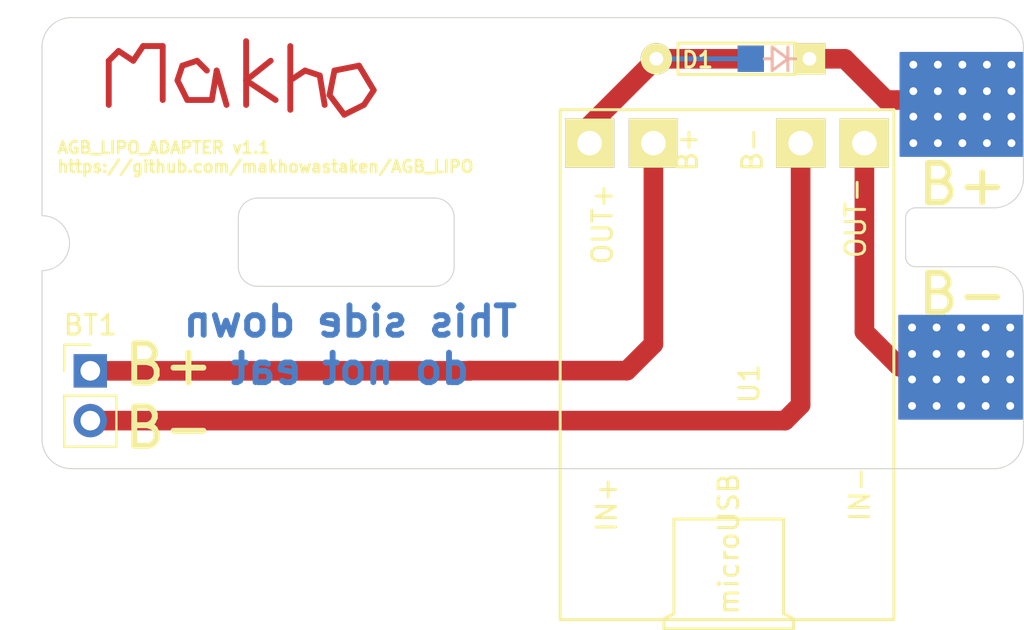
<source format=kicad_pcb>
(kicad_pcb (version 20171130) (host pcbnew "(5.1.5)-2")

  (general
    (thickness 1.6)
    (drawings 40)
    (tracks 58)
    (zones 0)
    (modules 4)
    (nets 6)
  )

  (page A4)
  (layers
    (0 F.Cu signal)
    (31 B.Cu signal)
    (32 B.Adhes user)
    (33 F.Adhes user)
    (34 B.Paste user)
    (35 F.Paste user)
    (36 B.SilkS user)
    (37 F.SilkS user)
    (38 B.Mask user)
    (39 F.Mask user)
    (40 Dwgs.User user)
    (41 Cmts.User user)
    (42 Eco1.User user)
    (43 Eco2.User user)
    (44 Edge.Cuts user)
    (45 Margin user)
    (46 B.CrtYd user)
    (47 F.CrtYd user)
    (48 B.Fab user)
    (49 F.Fab user)
  )

  (setup
    (last_trace_width 0.25)
    (user_trace_width 1)
    (trace_clearance 0.2)
    (zone_clearance 0.508)
    (zone_45_only no)
    (trace_min 0.2)
    (via_size 0.8)
    (via_drill 0.4)
    (via_min_size 0.4)
    (via_min_drill 0.3)
    (uvia_size 0.3)
    (uvia_drill 0.1)
    (uvias_allowed no)
    (uvia_min_size 0.2)
    (uvia_min_drill 0.1)
    (edge_width 0.05)
    (segment_width 0.2)
    (pcb_text_width 0.3)
    (pcb_text_size 1.5 1.5)
    (mod_edge_width 0.12)
    (mod_text_size 1 1)
    (mod_text_width 0.15)
    (pad_size 1.524 1.524)
    (pad_drill 0.762)
    (pad_to_mask_clearance 0.051)
    (solder_mask_min_width 0.25)
    (aux_axis_origin 0 0)
    (visible_elements 7FFFFFFF)
    (pcbplotparams
      (layerselection 0x010f0_ffffffff)
      (usegerberextensions true)
      (usegerberattributes false)
      (usegerberadvancedattributes false)
      (creategerberjobfile false)
      (excludeedgelayer true)
      (linewidth 0.100000)
      (plotframeref false)
      (viasonmask false)
      (mode 1)
      (useauxorigin false)
      (hpglpennumber 1)
      (hpglpenspeed 20)
      (hpglpendiameter 15.000000)
      (psnegative false)
      (psa4output false)
      (plotreference true)
      (plotvalue true)
      (plotinvisibletext false)
      (padsonsilk false)
      (subtractmaskfromsilk false)
      (outputformat 1)
      (mirror false)
      (drillshape 0)
      (scaleselection 1)
      (outputdirectory "gerbers/"))
  )

  (net 0 "")
  (net 1 "Net-(BT1-Pad2)")
  (net 2 "Net-(BT1-Pad1)")
  (net 3 "Net-(D1-Pad2)")
  (net 4 "Net-(D1-Pad1)")
  (net 5 "Net-(J1-Pad1)")

  (net_class Default "This is the default net class."
    (clearance 0.2)
    (trace_width 0.25)
    (via_dia 0.8)
    (via_drill 0.4)
    (uvia_dia 0.3)
    (uvia_drill 0.1)
    (add_net "Net-(BT1-Pad1)")
    (add_net "Net-(BT1-Pad2)")
    (add_net "Net-(D1-Pad1)")
    (add_net "Net-(D1-Pad2)")
    (add_net "Net-(J1-Pad1)")
  )

  (module misc_footprints:Diode-hybrid-3pad (layer F.Cu) (tedit 59509714) (tstamp 5E2E4948)
    (at 111.2 21.4)
    (path /5E2E0B2B)
    (attr smd)
    (fp_text reference D1 (at -1.8 0.0508) (layer F.SilkS)
      (effects (font (size 0.8 0.8) (thickness 0.15)))
    )
    (fp_text value D (at 0 -1.925) (layer F.SilkS) hide
      (effects (font (size 0.8 0.8) (thickness 0.15)))
    )
    (fp_line (start 2 -0.6) (end 2 0.6) (layer F.SilkS) (width 0.15))
    (fp_line (start 2.8 -0.6) (end 2.8 0.6) (layer F.SilkS) (width 0.15))
    (fp_line (start 2.8 0) (end 2 -0.6) (layer B.SilkS) (width 0.15))
    (fp_line (start 2 -0.6) (end 2 0.6) (layer B.SilkS) (width 0.15))
    (fp_line (start 2 0.6) (end 2.8 0) (layer B.SilkS) (width 0.15))
    (fp_line (start 2.8 -0.6) (end 2.8 0.6) (layer B.SilkS) (width 0.15))
    (fp_line (start 2 -0.6) (end 2.8 0) (layer F.SilkS) (width 0.15))
    (fp_line (start 2.8 0) (end 2 0.6) (layer F.SilkS) (width 0.15))
    (fp_line (start 2.8 0) (end 3.2 0) (layer F.SilkS) (width 0.15))
    (fp_line (start 2 0) (end 1.6 0) (layer F.SilkS) (width 0.15))
    (fp_line (start 2 0) (end 1.6 0) (layer B.SilkS) (width 0.15))
    (fp_line (start 2.8 0) (end 3.2 0) (layer B.SilkS) (width 0.15))
    (fp_line (start -2.8 -0.8) (end -2.8 0.8) (layer F.SilkS) (width 0.15))
    (fp_line (start -2.8 0.8) (end 3.2 0.8) (layer F.SilkS) (width 0.15))
    (fp_line (start 3.2 0.8) (end 3.2 -0.8) (layer F.SilkS) (width 0.15))
    (fp_line (start 3.2 -0.8) (end -2.8 -0.8) (layer F.SilkS) (width 0.15))
    (pad 2 smd rect (at -1.5 0) (size 4 0.25) (layers F.Cu)
      (net 3 "Net-(D1-Pad2)") (solder_mask_margin -999))
    (pad 1 thru_hole rect (at 3.9 0) (size 1.6 1.6) (drill 0.7) (layers *.Cu *.Mask F.SilkS)
      (net 4 "Net-(D1-Pad1)"))
    (pad 2 thru_hole circle (at -3.9 0) (size 1.6 1.6) (drill 0.7) (layers *.Cu *.Mask F.SilkS)
      (net 3 "Net-(D1-Pad2)"))
    (pad 2 smd rect (at 0.91 0) (size 1.34 1.34) (layers F.Cu F.Paste F.Mask)
      (net 3 "Net-(D1-Pad2)"))
    (pad 2 smd rect (at 0.91 0) (size 1.34 1.34) (layers B.Cu B.Paste B.Mask)
      (net 3 "Net-(D1-Pad2)"))
    (pad 2 smd rect (at -1.5 0) (size 4 0.25) (layers B.Cu)
      (net 3 "Net-(D1-Pad2)") (solder_mask_margin -999))
  )

  (module misc_footprints:makho_fmask (layer F.Cu) (tedit 5E2E043C) (tstamp 5E2E662F)
    (at 85.9 22.5)
    (fp_text reference REF** (at -3 4) (layer F.SilkS) hide
      (effects (font (size 1 1) (thickness 0.15)))
    )
    (fp_text value makho_fmask (at 0 -3.25) (layer F.Fab)
      (effects (font (size 1 1) (thickness 0.15)))
    )
    (fp_line (start 2.75 -1.75) (end 2.75 1.5) (layer F.Mask) (width 0.3))
    (fp_line (start 1.75 -1) (end 0.5 0) (layer F.Mask) (width 0.3))
    (fp_line (start 4.75 0.75) (end 5.5 1.75) (layer F.Mask) (width 0.3))
    (fp_line (start 5.5 1.75) (end 6.5 1.25) (layer F.Mask) (width 0.3))
    (fp_line (start 3.5 -0.5) (end 4.25 -0.25) (layer F.Mask) (width 0.3))
    (fp_line (start 5 -0.5) (end 4.75 0.75) (layer F.Mask) (width 0.3))
    (fp_line (start 2.75 0) (end 3.5 -0.5) (layer F.Mask) (width 0.3))
    (fp_line (start 0.5 0) (end 2 1) (layer F.Mask) (width 0.3))
    (fp_line (start 0.5 -2) (end 0.5 1.25) (layer F.Mask) (width 0.3))
    (fp_line (start -1 -0.5) (end -0.5 1.25) (layer F.Mask) (width 0.3))
    (fp_line (start -3 0) (end -2.5 1) (layer F.Mask) (width 0.3))
    (fp_line (start -2.75 -0.75) (end -3 0) (layer F.Mask) (width 0.3))
    (fp_line (start -3.75 -1.75) (end -3.75 1) (layer F.Mask) (width 0.3))
    (fp_line (start 6.25 -0.75) (end 5 -0.5) (layer F.Mask) (width 0.3))
    (fp_line (start -2.5 1) (end -1.25 1) (layer F.Mask) (width 0.3))
    (fp_line (start 4.25 -0.25) (end 4.5 1.25) (layer F.Mask) (width 0.3))
    (fp_line (start -2 -1) (end -2.75 -0.75) (layer F.Mask) (width 0.3))
    (fp_line (start 6.5 1.25) (end 7 0.5) (layer F.Mask) (width 0.3))
    (fp_line (start -1.25 1) (end -1 -0.5) (layer F.Mask) (width 0.3))
    (fp_line (start -1.5 -0.5) (end -2 -1) (layer F.Mask) (width 0.3))
    (fp_line (start 7 0.5) (end 6.25 -0.75) (layer F.Mask) (width 0.3))
    (fp_line (start -4.75 -1.75) (end -3.75 -1.75) (layer F.Cu) (width 0.3))
    (fp_line (start -6 -1.5) (end -5.25 -1) (layer F.Mask) (width 0.3))
    (fp_line (start -5.25 -1) (end -4.75 -1.75) (layer F.Mask) (width 0.3))
    (fp_line (start -6.5 -1) (end -6 -1.5) (layer F.Mask) (width 0.3))
    (fp_line (start -6.5 1.25) (end -6.5 -1) (layer F.Mask) (width 0.3))
    (fp_line (start -7.5 -2.5) (end -7.5 2.5) (layer Dwgs.User) (width 0.15))
    (fp_line (start -7.5 -2.5) (end 7.5 -2.5) (layer Dwgs.User) (width 0.15))
    (fp_line (start 7.5 2.5) (end 7.5 -2.5) (layer Dwgs.User) (width 0.15))
    (fp_line (start -7.5 2.5) (end 7.5 2.5) (layer Dwgs.User) (width 0.15))
    (fp_line (start -6.5 1.25) (end -6.5 -1) (layer F.Cu) (width 0.3))
    (fp_line (start -6.5 -1) (end -6 -1.5) (layer F.Cu) (width 0.3))
    (fp_line (start -6 -1.5) (end -5.25 -1) (layer F.Cu) (width 0.3))
    (fp_line (start -5.25 -1) (end -4.75 -1.75) (layer F.Cu) (width 0.3))
    (fp_line (start -4.75 -1.75) (end -3.75 -1.75) (layer F.Mask) (width 0.3))
    (fp_line (start -3.75 -1.75) (end -3.75 1) (layer F.Cu) (width 0.3))
    (fp_line (start -1.5 -0.5) (end -2 -1) (layer F.Cu) (width 0.3))
    (fp_line (start -2 -1) (end -2.75 -0.75) (layer F.Cu) (width 0.3))
    (fp_line (start -2.75 -0.75) (end -3 0) (layer F.Cu) (width 0.3))
    (fp_line (start -3 0) (end -2.5 1) (layer F.Cu) (width 0.3))
    (fp_line (start -2.5 1) (end -1.25 1) (layer F.Cu) (width 0.3))
    (fp_line (start -1.25 1) (end -1 -0.5) (layer F.Cu) (width 0.3))
    (fp_line (start -1 -0.5) (end -0.5 1.25) (layer F.Cu) (width 0.3))
    (fp_line (start 0.5 -2) (end 0.5 1.25) (layer F.Cu) (width 0.3))
    (fp_line (start 1.75 -1) (end 0.5 0) (layer F.Cu) (width 0.3))
    (fp_line (start 0.5 0) (end 2 1) (layer F.Cu) (width 0.3))
    (fp_line (start 2.75 -1.75) (end 2.75 1.5) (layer F.Cu) (width 0.3))
    (fp_line (start 2.75 0) (end 3.5 -0.5) (layer F.Cu) (width 0.3))
    (fp_line (start 3.5 -0.5) (end 4.25 -0.25) (layer F.Cu) (width 0.3))
    (fp_line (start 4.25 -0.25) (end 4.5 1.25) (layer F.Cu) (width 0.3))
    (fp_line (start 6.25 -0.75) (end 5 -0.5) (layer F.Cu) (width 0.3))
    (fp_line (start 5 -0.5) (end 4.75 0.75) (layer F.Cu) (width 0.3))
    (fp_line (start 4.75 0.75) (end 5.5 1.75) (layer F.Cu) (width 0.3))
    (fp_line (start 5.5 1.75) (end 6.5 1.25) (layer F.Cu) (width 0.3))
    (fp_line (start 6.5 1.25) (end 7 0.5) (layer F.Cu) (width 0.3))
    (fp_line (start 7 0.5) (end 6.25 -0.75) (layer F.Cu) (width 0.3))
  )

  (module misc_footprints:4056E_LiIon_loader (layer F.Cu) (tedit 5E2DFE2C) (tstamp 5E2E4B01)
    (at 110.9 36.7 90)
    (path /5E2E0507)
    (fp_text reference U1 (at -1.266 1.13 90) (layer F.SilkS)
      (effects (font (size 1 1) (thickness 0.15)))
    )
    (fp_text value tp4056_board-tp4056 (at 0.66 -3.46 90) (layer F.Fab)
      (effects (font (size 1 1) (thickness 0.15)))
    )
    (fp_line (start 12.706 -8.5) (end 12.706 8.5) (layer F.SilkS) (width 0.15))
    (fp_line (start -13.296 8.5) (end -13.296 -8.5) (layer F.SilkS) (width 0.15))
    (fp_text user IN+ (at -7.43 -6.13 90) (layer F.SilkS)
      (effects (font (size 1 1) (thickness 0.15)))
    )
    (fp_text user IN- (at -6.9 6.76 90) (layer F.SilkS)
      (effects (font (size 1 1) (thickness 0.15)))
    )
    (fp_text user OUT+ (at 6.87 -6.348 90) (layer F.SilkS)
      (effects (font (size 1 1) (thickness 0.15)))
    )
    (fp_text user OUT- (at 7.19 6.556 90) (layer F.SilkS)
      (effects (font (size 1 1) (thickness 0.15)))
    )
    (fp_text user B+ (at 10.674 -2.012 90) (layer F.SilkS)
      (effects (font (size 1 1) (thickness 0.15)))
    )
    (fp_text user B- (at 10.674 1.29 90) (layer F.SilkS)
      (effects (font (size 1 1) (thickness 0.15)))
    )
    (fp_line (start -8.168 2.88) (end -12.74 2.88) (layer F.SilkS) (width 0.15))
    (fp_line (start -8.168 -2.708) (end -8.168 2.88) (layer F.SilkS) (width 0.15))
    (fp_line (start -12.994 -2.708) (end -8.168 -2.708) (layer F.SilkS) (width 0.15))
    (fp_line (start -13.248 -3.216) (end -12.994 -2.708) (layer F.SilkS) (width 0.15))
    (fp_line (start -13.756 -3.216) (end -13.248 -3.216) (layer F.SilkS) (width 0.15))
    (fp_line (start -12.994 2.88) (end -12.74 2.88) (layer F.SilkS) (width 0.15))
    (fp_line (start -13.248 3.388) (end -12.994 2.88) (layer F.SilkS) (width 0.15))
    (fp_line (start -13.756 3.388) (end -13.248 3.388) (layer F.SilkS) (width 0.15))
    (fp_text user microUSB (at -9.438 0.086 270) (layer F.SilkS)
      (effects (font (size 1 1) (thickness 0.15)))
    )
    (fp_line (start -13.77 3.36) (end -13.77 -3.19) (layer F.SilkS) (width 0.15))
    (fp_line (start -13.3 -8.5) (end 12.7 -8.5) (layer F.SilkS) (width 0.15))
    (fp_line (start -13.29 8.5) (end 12.7 8.5) (layer F.SilkS) (width 0.15))
    (pad 4 thru_hole rect (at 11 3.75 90) (size 2.5 2.5) (drill 1.25) (layers *.Cu *.Mask F.SilkS)
      (net 1 "Net-(BT1-Pad2)"))
    (pad 3 thru_hole rect (at 11 -3.75 90) (size 2.5 2.5) (drill 1.25) (layers *.Cu *.Mask F.SilkS)
      (net 2 "Net-(BT1-Pad1)"))
    (pad 5 thru_hole rect (at 11 -7 90) (size 2.5 2.5) (drill 1.25) (layers *.Cu *.Mask F.SilkS)
      (net 3 "Net-(D1-Pad2)"))
    (pad 6 thru_hole rect (at 11 7 90) (size 2.5 2.5) (drill 1.25) (layers *.Cu *.Mask F.SilkS)
      (net 5 "Net-(J1-Pad1)"))
  )

  (module Connector_PinHeader_2.54mm:PinHeader_1x02_P2.54mm_Vertical (layer F.Cu) (tedit 59FED5CC) (tstamp 5E2E58FD)
    (at 78.4605 37.3095)
    (descr "Through hole straight pin header, 1x02, 2.54mm pitch, single row")
    (tags "Through hole pin header THT 1x02 2.54mm single row")
    (path /5E2E12D0)
    (fp_text reference BT1 (at 0 -2.33) (layer F.SilkS)
      (effects (font (size 1 1) (thickness 0.15)))
    )
    (fp_text value Battery_Cell (at 0 4.87) (layer F.Fab)
      (effects (font (size 1 1) (thickness 0.15)))
    )
    (fp_text user %R (at 0 1.27 90) (layer F.Fab)
      (effects (font (size 1 1) (thickness 0.15)))
    )
    (fp_line (start 1.8 -1.8) (end -1.8 -1.8) (layer F.CrtYd) (width 0.05))
    (fp_line (start 1.8 4.35) (end 1.8 -1.8) (layer F.CrtYd) (width 0.05))
    (fp_line (start -1.8 4.35) (end 1.8 4.35) (layer F.CrtYd) (width 0.05))
    (fp_line (start -1.8 -1.8) (end -1.8 4.35) (layer F.CrtYd) (width 0.05))
    (fp_line (start -1.33 -1.33) (end 0 -1.33) (layer F.SilkS) (width 0.12))
    (fp_line (start -1.33 0) (end -1.33 -1.33) (layer F.SilkS) (width 0.12))
    (fp_line (start -1.33 1.27) (end 1.33 1.27) (layer F.SilkS) (width 0.12))
    (fp_line (start 1.33 1.27) (end 1.33 3.87) (layer F.SilkS) (width 0.12))
    (fp_line (start -1.33 1.27) (end -1.33 3.87) (layer F.SilkS) (width 0.12))
    (fp_line (start -1.33 3.87) (end 1.33 3.87) (layer F.SilkS) (width 0.12))
    (fp_line (start -1.27 -0.635) (end -0.635 -1.27) (layer F.Fab) (width 0.1))
    (fp_line (start -1.27 3.81) (end -1.27 -0.635) (layer F.Fab) (width 0.1))
    (fp_line (start 1.27 3.81) (end -1.27 3.81) (layer F.Fab) (width 0.1))
    (fp_line (start 1.27 -1.27) (end 1.27 3.81) (layer F.Fab) (width 0.1))
    (fp_line (start -0.635 -1.27) (end 1.27 -1.27) (layer F.Fab) (width 0.1))
    (pad 2 thru_hole oval (at 0 2.54) (size 1.7 1.7) (drill 1) (layers *.Cu *.Mask)
      (net 1 "Net-(BT1-Pad2)"))
    (pad 1 thru_hole rect (at 0 0) (size 1.7 1.7) (drill 1) (layers *.Cu *.Mask)
      (net 2 "Net-(BT1-Pad1)"))
    (model ${KISYS3DMOD}/Connector_PinHeader_2.54mm.3dshapes/PinHeader_1x02_P2.54mm_Vertical.wrl
      (at (xyz 0 0 0))
      (scale (xyz 1 1 1))
      (rotate (xyz 0 0 0))
    )
  )

  (gr_arc (start 76 30.8) (end 76 32.2) (angle -180) (layer Edge.Cuts) (width 0.05))
  (gr_text "AGB_LIPO_ADAPTER v1.1\nhttps://github.com/makhowastaken/AGB_LIPO" (at 76.708 26.416) (layer F.SilkS)
    (effects (font (size 0.6 0.6) (thickness 0.1375)) (justify left))
  )
  (gr_text B- (at 122.9 33.4) (layer F.SilkS) (tstamp 5E2E59D5)
    (effects (font (size 2 2) (thickness 0.3)))
  )
  (gr_text B+ (at 122.9 27.8) (layer F.SilkS) (tstamp 5E2E59D5)
    (effects (font (size 2 2) (thickness 0.3)))
  )
  (gr_text "This side down\ndo not eat" (at 91.7 36) (layer B.Mask) (tstamp 5E2E59C1)
    (effects (font (size 1.5 1.5) (thickness 0.3)) (justify mirror))
  )
  (gr_text "This side down\ndo not eat" (at 91.7 36) (layer B.Cu)
    (effects (font (size 1.5 1.5) (thickness 0.3)) (justify mirror))
  )
  (gr_text "B+\nB-" (at 82.4605 38.6095) (layer F.SilkS)
    (effects (font (size 2 2) (thickness 0.3)))
  )
  (gr_poly (pts (xy 125.9285 39.75) (xy 119.6785 39.75) (xy 119.6785 34.5) (xy 125.9285 34.5)) (layer B.Mask) (width 0.1) (tstamp 5E471859))
  (gr_poly (pts (xy 125.9285 39.75) (xy 119.6785 39.75) (xy 119.6785 34.5) (xy 125.9285 34.5)) (layer B.Cu) (width 0.1) (tstamp 5E47185F))
  (gr_poly (pts (xy 125.9285 39.75) (xy 119.6785 39.75) (xy 119.6785 34.5) (xy 125.9285 34.5)) (layer F.Cu) (width 0.1) (tstamp 5E471862))
  (gr_poly (pts (xy 125.9285 39.75) (xy 119.6785 39.75) (xy 119.6785 34.5) (xy 125.9285 34.5)) (layer F.Mask) (width 0.1) (tstamp 5E47185C))
  (gr_poly (pts (xy 125.992 26.35) (xy 119.742 26.35) (xy 119.742 21.1) (xy 125.992 21.1)) (layer B.Mask) (width 0.1) (tstamp 5E2E4E60))
  (gr_poly (pts (xy 125.992 26.35) (xy 119.742 26.35) (xy 119.742 21.1) (xy 125.992 21.1)) (layer B.Cu) (width 0.1) (tstamp 5E2E4E60))
  (gr_arc (start 120.5 31.5) (end 120 31.5) (angle -90) (layer Edge.Cuts) (width 0.05))
  (gr_arc (start 120.5 29.5) (end 120.5 29) (angle -90) (layer Edge.Cuts) (width 0.05))
  (gr_poly (pts (xy 125.992 26.35) (xy 119.742 26.35) (xy 119.742 21.1) (xy 125.992 21.1)) (layer F.Mask) (width 0.1) (tstamp 5E2E4BEC))
  (gr_poly (pts (xy 125.992 26.35) (xy 119.742 26.35) (xy 119.742 21.1) (xy 125.992 21.1)) (layer F.Cu) (width 0.1) (tstamp 5E2E4BE7))
  (gr_arc (start 87 29.5) (end 87 28.5) (angle -90) (layer Edge.Cuts) (width 0.05) (tstamp 5E2E4BCF))
  (gr_arc (start 87 32) (end 86 32) (angle -90) (layer Edge.Cuts) (width 0.05) (tstamp 5E2E4BCF))
  (gr_arc (start 96 32) (end 96 33) (angle -90) (layer Edge.Cuts) (width 0.05) (tstamp 5E2E4BCF))
  (gr_arc (start 96 29.5) (end 97 29.5) (angle -90) (layer Edge.Cuts) (width 0.05))
  (gr_arc (start 77.5 40.8) (end 76 40.8) (angle -90) (layer Edge.Cuts) (width 0.05) (tstamp 5E2E4A58))
  (gr_arc (start 124.5 40.8) (end 124.5 42.3) (angle -90) (layer Edge.Cuts) (width 0.05) (tstamp 5E2E4D3E))
  (gr_arc (start 124.5 33.5) (end 126 33.5) (angle -90) (layer Edge.Cuts) (width 0.05) (tstamp 5E2E4D41))
  (gr_arc (start 124.5 27.5) (end 124.5 29) (angle -90) (layer Edge.Cuts) (width 0.05) (tstamp 5E2E4D3B))
  (gr_arc (start 124.5 20.8) (end 126 20.8) (angle -90) (layer Edge.Cuts) (width 0.05) (tstamp 5E2E4D35))
  (gr_arc (start 77.5 20.8) (end 77.5 19.3) (angle -90) (layer Edge.Cuts) (width 0.05))
  (gr_line (start 76 40.8) (end 76 32.2) (layer Edge.Cuts) (width 0.05) (tstamp 5E2E4A36))
  (gr_line (start 126 33.5) (end 126 40.8) (layer Edge.Cuts) (width 0.05) (tstamp 5E2E4D2F))
  (gr_line (start 126 27.5) (end 126 20.8) (layer Edge.Cuts) (width 0.05) (tstamp 5E2E4D44))
  (gr_line (start 120.5 29) (end 124.5 29) (layer Edge.Cuts) (width 0.05) (tstamp 5E2E4D38))
  (gr_line (start 120 31.5) (end 120 29.5) (layer Edge.Cuts) (width 0.05) (tstamp 5E2E4D2C))
  (gr_line (start 124.5 32) (end 120.5 32) (layer Edge.Cuts) (width 0.05) (tstamp 5E2E4D32))
  (gr_line (start 96 33) (end 87 33) (layer Edge.Cuts) (width 0.05) (tstamp 5E2E4A51))
  (gr_line (start 97 29.5) (end 97 32) (layer Edge.Cuts) (width 0.05) (tstamp 5E2E4A3F))
  (gr_line (start 87 28.5) (end 96 28.5) (layer Edge.Cuts) (width 0.05) (tstamp 5E2E4A4E))
  (gr_line (start 86 32) (end 86 29.5) (layer Edge.Cuts) (width 0.05) (tstamp 5E2E4A48))
  (gr_line (start 77.5 19.3) (end 124.5 19.3) (layer Edge.Cuts) (width 0.05) (tstamp 5E2E4A4B))
  (gr_line (start 76 29.4) (end 76 20.8) (layer Edge.Cuts) (width 0.05) (tstamp 5E2E4A3C))
  (gr_line (start 77.5 42.3) (end 124.5 42.3) (layer Edge.Cuts) (width 0.05) (tstamp 5E2E4A42))

  (via (at 121.642 21.7) (size 0.8) (drill 0.4) (layers F.Cu B.Cu) (net 0) (tstamp 5E2E4F56))
  (via (at 125.392 25.7) (size 0.8) (drill 0.4) (layers F.Cu B.Cu) (net 0) (tstamp 5E2E4F58))
  (via (at 124.142 25.7) (size 0.8) (drill 0.4) (layers F.Cu B.Cu) (net 0) (tstamp 5E2E4F59))
  (via (at 125.392 24.35) (size 0.8) (drill 0.4) (layers F.Cu B.Cu) (net 0) (tstamp 5E2E4F5B))
  (via (at 124.142 21.7) (size 0.8) (drill 0.4) (layers F.Cu B.Cu) (net 0) (tstamp 5E2E4F5C))
  (via (at 124.142 23.05) (size 0.8) (drill 0.4) (layers F.Cu B.Cu) (net 0) (tstamp 5E2E4F5D))
  (via (at 125.392 21.7) (size 0.8) (drill 0.4) (layers F.Cu B.Cu) (net 0) (tstamp 5E2E4F5E))
  (via (at 121.642 25.7) (size 0.8) (drill 0.4) (layers F.Cu B.Cu) (net 0) (tstamp 5E2E4F5F))
  (via (at 120.392 21.7) (size 0.8) (drill 0.4) (layers F.Cu B.Cu) (net 0) (tstamp 5E2E4F60))
  (via (at 125.392 23.05) (size 0.8) (drill 0.4) (layers F.Cu B.Cu) (net 0) (tstamp 5E2E4F61))
  (via (at 122.892 25.7) (size 0.8) (drill 0.4) (layers F.Cu B.Cu) (net 0) (tstamp 5E2E4F62))
  (via (at 120.392 25.7) (size 0.8) (drill 0.4) (layers F.Cu B.Cu) (net 0) (tstamp 5E2E4F63))
  (via (at 124.142 24.35) (size 0.8) (drill 0.4) (layers F.Cu B.Cu) (net 0) (tstamp 5E2E4F65))
  (via (at 122.892 21.7) (size 0.8) (drill 0.4) (layers F.Cu B.Cu) (net 0) (tstamp 5E2E4F67))
  (via (at 121.5785 35.1) (size 0.8) (drill 0.4) (layers F.Cu B.Cu) (net 0) (tstamp 5E47187A))
  (via (at 125.3285 39.1) (size 0.8) (drill 0.4) (layers F.Cu B.Cu) (net 0) (tstamp 5E47186B))
  (via (at 124.0785 39.1) (size 0.8) (drill 0.4) (layers F.Cu B.Cu) (net 0) (tstamp 5E471883))
  (via (at 125.3285 37.75) (size 0.8) (drill 0.4) (layers F.Cu B.Cu) (net 0) (tstamp 5E471874))
  (via (at 124.0785 35.1) (size 0.8) (drill 0.4) (layers F.Cu B.Cu) (net 0) (tstamp 5E471877))
  (via (at 124.0785 36.45) (size 0.8) (drill 0.4) (layers F.Cu B.Cu) (net 0) (tstamp 5E471898))
  (via (at 125.3285 35.1) (size 0.8) (drill 0.4) (layers F.Cu B.Cu) (net 0) (tstamp 5E47186E))
  (via (at 121.5785 39.1) (size 0.8) (drill 0.4) (layers F.Cu B.Cu) (net 0) (tstamp 5E47189E))
  (via (at 120.3285 35.1) (size 0.8) (drill 0.4) (layers F.Cu B.Cu) (net 0) (tstamp 5E47189B))
  (via (at 125.3285 36.45) (size 0.8) (drill 0.4) (layers F.Cu B.Cu) (net 0) (tstamp 5E47187D))
  (via (at 122.8285 39.1) (size 0.8) (drill 0.4) (layers F.Cu B.Cu) (net 0) (tstamp 5E47188C))
  (via (at 120.3285 39.1) (size 0.8) (drill 0.4) (layers F.Cu B.Cu) (net 0) (tstamp 5E471895))
  (via (at 124.0785 37.75) (size 0.8) (drill 0.4) (layers F.Cu B.Cu) (net 0) (tstamp 5E471889))
  (via (at 122.8285 35.1) (size 0.8) (drill 0.4) (layers F.Cu B.Cu) (net 0) (tstamp 5E47188F))
  (segment (start 114.65 25.7) (end 114.65 39.05) (width 1) (layer F.Cu) (net 1))
  (segment (start 113.8505 39.8495) (end 78.4605 39.8495) (width 1) (layer F.Cu) (net 1))
  (segment (start 114.65 39.05) (end 113.8505 39.8495) (width 1) (layer F.Cu) (net 1))
  (segment (start 105.8 37.3) (end 107.15 35.95) (width 1) (layer F.Cu) (net 2))
  (segment (start 97.8 37.3) (end 105.8 37.3) (width 1) (layer F.Cu) (net 2))
  (segment (start 78.4605 37.3095) (end 97.7905 37.3095) (width 1) (layer F.Cu) (net 2))
  (segment (start 107.15 35.95) (end 107.15 25.7) (width 1) (layer F.Cu) (net 2))
  (segment (start 97.7905 37.3095) (end 97.8 37.3) (width 1) (layer F.Cu) (net 2))
  (segment (start 103.9 24.8) (end 107.3 21.4) (width 1) (layer F.Cu) (net 3))
  (segment (start 103.9 25.7) (end 103.9 24.8) (width 1) (layer F.Cu) (net 3))
  (segment (start 112.11 21.4) (end 112.11 21.4) (width 1) (layer B.Cu) (net 3) (tstamp 5EBD92EA))
  (segment (start 112.11 21.4) (end 107.3 21.4) (width 1) (layer F.Cu) (net 3))
  (via (at 121.642 23.05) (size 0.8) (drill 0.4) (layers F.Cu B.Cu) (net 4) (tstamp 5E2E4F5A))
  (via (at 120.392 23.05) (size 0.8) (drill 0.4) (layers F.Cu B.Cu) (net 4) (tstamp 5E2E4F64))
  (via (at 122.892 23.05) (size 0.8) (drill 0.4) (layers F.Cu B.Cu) (net 4) (tstamp 5E2E4F69))
  (via (at 122.892 24.35) (size 0.8) (drill 0.4) (layers F.Cu B.Cu) (net 4) (tstamp 5E2E4F66))
  (via (at 120.392 24.35) (size 0.8) (drill 0.4) (layers F.Cu B.Cu) (net 4) (tstamp 5E2E4F57))
  (via (at 121.642 24.35) (size 0.8) (drill 0.4) (layers F.Cu B.Cu) (net 4) (tstamp 5E2E4F68))
  (segment (start 116.9 21.4) (end 119 23.5) (width 1) (layer F.Cu) (net 4))
  (segment (start 115.1 21.4) (end 116.9 21.4) (width 1) (layer F.Cu) (net 4))
  (segment (start 119 23.5) (end 122.8 23.5) (width 1) (layer F.Cu) (net 4))
  (via (at 120.3285 37.75) (size 0.8) (drill 0.4) (layers F.Cu B.Cu) (net 5) (tstamp 5E471892))
  (via (at 121.5785 36.45) (size 0.8) (drill 0.4) (layers F.Cu B.Cu) (net 5) (tstamp 5E471871))
  (via (at 122.8285 37.75) (size 0.8) (drill 0.4) (layers F.Cu B.Cu) (net 5) (tstamp 5E471868))
  (via (at 121.5785 37.75) (size 0.8) (drill 0.4) (layers F.Cu B.Cu) (net 5) (tstamp 5E471865))
  (via (at 122.8285 36.45) (size 0.8) (drill 0.4) (layers F.Cu B.Cu) (net 5) (tstamp 5E471886))
  (via (at 120.3285 36.45) (size 0.8) (drill 0.4) (layers F.Cu B.Cu) (net 5) (tstamp 5E471880))
  (segment (start 117.9 35.3215) (end 119.6785 37.1) (width 1) (layer F.Cu) (net 5))
  (segment (start 117.9 25.7) (end 117.9 35.3215) (width 1) (layer F.Cu) (net 5))
  (segment (start 119.6785 37.1) (end 122.9 37.1) (width 1) (layer F.Cu) (net 5))

)

</source>
